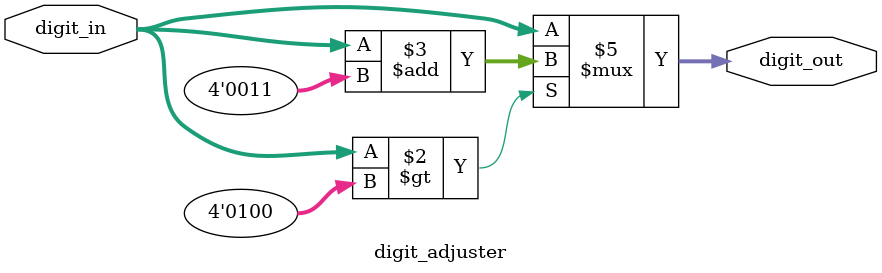
<source format=sv>
module bin2bcd_converter #(
    parameter BIN_WIDTH = 8,
    parameter DIGITS = 3
)(
    input  wire [BIN_WIDTH-1:0] binary_in,
    output wire [DIGITS*4-1:0]  bcd_out
);
    // 内部连接信号
    wire [DIGITS*4-1:0] shift_result [BIN_WIDTH:0];
    
    // 初始化第一个寄存器
    assign shift_result[BIN_WIDTH] = {DIGITS*4{1'b0}};
    
    // 实例化位移和调整单元
    genvar i;
    generate
        for (i = 0; i < BIN_WIDTH; i = i + 1) begin : shift_adjust_stages
            shift_adjust_unit #(
                .DIGITS(DIGITS)
            ) shift_adjust_inst (
                .current_bcd(shift_result[BIN_WIDTH-i]),
                .binary_bit(binary_in[BIN_WIDTH-1-i]),
                .next_bcd(shift_result[BIN_WIDTH-i-1])
            );
        end
    endgenerate
    
    // 连接最终输出
    assign bcd_out = shift_result[0];
    
endmodule

// 位移和调整单元子模块
module shift_adjust_unit #(
    parameter DIGITS = 3
)(
    input  wire [DIGITS*4-1:0] current_bcd,
    input  wire                binary_bit,
    output wire [DIGITS*4-1:0] next_bcd
);
    wire [DIGITS*4-1:0] shifted_bcd;
    wire [DIGITS*4-1:0] adjusted_bcd;
    
    // 左移一位并插入二进制位
    assign shifted_bcd = {current_bcd[DIGITS*4-2:0], binary_bit};
    
    // 实例化调整单元
    bcd_adjuster #(
        .DIGITS(DIGITS)
    ) adjuster_inst (
        .bcd_in(shifted_bcd),
        .bcd_out(adjusted_bcd)
    );
    
    // 连接输出
    assign next_bcd = adjusted_bcd;
    
endmodule

// BCD调整器子模块
module bcd_adjuster #(
    parameter DIGITS = 3
)(
    input  wire [DIGITS*4-1:0] bcd_in,
    output wire [DIGITS*4-1:0] bcd_out
);
    // BCD调整逻辑（并行处理每个数字）
    genvar j;
    generate
        for (j = 0; j < DIGITS; j = j + 1) begin : digit_adjusters
            digit_adjuster digit_adj_inst (
                .digit_in(bcd_in[j*4 +: 4]),
                .digit_out(bcd_out[j*4 +: 4])
            );
        end
    endgenerate
    
endmodule

// 单个数字调整器子模块
module digit_adjuster (
    input  wire [3:0] digit_in,
    output reg  [3:0] digit_out
);
    // 使用always块替代条件运算符，使用if-else结构
    always @(*) begin
        if (digit_in > 4'd4) begin
            digit_out = digit_in + 4'd3;
        end else begin
            digit_out = digit_in;
        end
    end
    
endmodule
</source>
